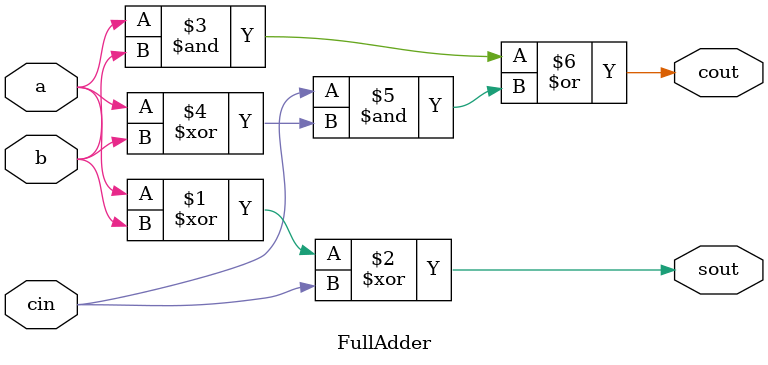
<source format=v>
module FullAdder(sout,cout,a,b,cin);

input a,b,cin;
output sout,cout;

assign sout = a ^ b ^ cin;
assign cout = (a & b) | (cin & (a ^ b));

endmodule

</source>
